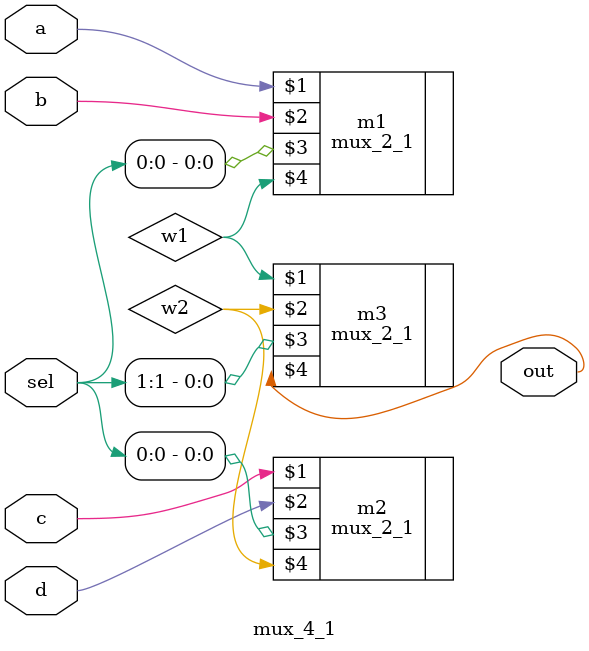
<source format=v>
`timescale 1ns / 1ps
module mux_4_1(a,b,c,d,sel,out);
input a,b,c,d;
input [1:0] sel;
output out;
wire w1,w2;
mux_2_1 m1(a,b,sel[0],w1);
mux_2_1 m2(c,d,sel[0],w2);
mux_2_1 m3(w1,w2,sel[1],out);
endmodule

</source>
